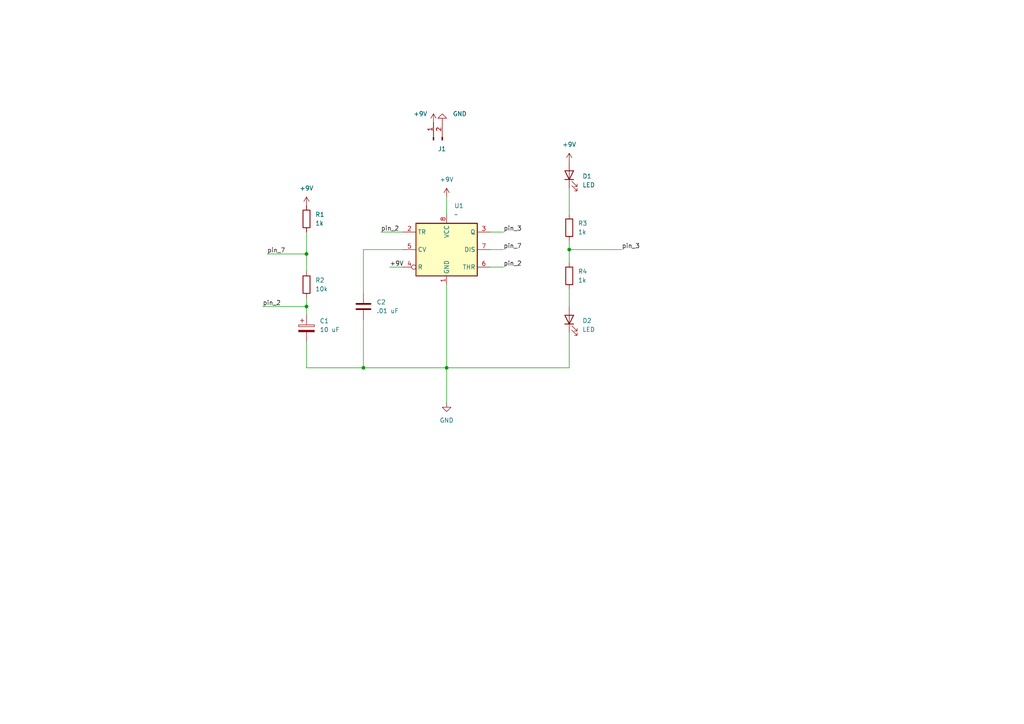
<source format=kicad_sch>
(kicad_sch (version 20230121) (generator eeschema)
  (paper "A4")
  (lib_symbols
    (symbol "Connector:Conn_01x02_Pin" (pin_names (offset 1.016) hide)
      (property "Reference" "J" (at 0 2.54 0))
      (property "Value" "Conn_01x02_Pin" (at 0 -5.08 0))
      (symbol "Conn_01x02_Pin_1_1"
        (polyline (pts (xy 1.27 -2.54) (xy 0.8636 -2.54)) (stroke (width 0.1524)))
        (polyline (pts (xy 1.27 0) (xy 0.8636 0)) (stroke (width 0.1524)))
        (rectangle (start 0.8636 -2.413) (end 0 -2.667) (stroke (width 0.1524)) (fill (type outline)))
        (rectangle (start 0.8636 0.127) (end 0 -0.127) (stroke (width 0.1524)) (fill (type outline)))
        (pin passive line (at 5.08 0 180) (length 3.81) (name "Pin_1") (number "1"))
        (pin passive line (at 5.08 -2.54 180) (length 3.81) (name "Pin_2") (number "2"))
      )
    )
    (symbol "Device:C" (pin_numbers hide) (pin_names (offset 0.254))
      (property "Reference" "C" (at 0.635 2.54 0))
      (property "Value" "C" (at 0.635 -2.54 0))
      (symbol "C_0_1"
        (polyline (pts (xy -2.032 -0.762) (xy 2.032 -0.762)) (stroke (width 0.508)))
        (polyline (pts (xy -2.032 0.762) (xy 2.032 0.762)) (stroke (width 0.508)))
      )
      (symbol "C_1_1"
        (pin passive line (at 0 3.81 270) (length 2.794) (name "~") (number "1"))
        (pin passive line (at 0 -3.81 90) (length 2.794) (name "~") (number "2"))
      )
    )
    (symbol "Device:C_Polarized" (pin_numbers hide) (pin_names (offset 0.254))
      (property "Reference" "C" (at 0.635 2.54 0))
      (property "Value" "C_Polarized" (at 0.635 -2.54 0))
      (symbol "C_Polarized_0_1"
        (rectangle (start -2.286 0.508) (end 2.286 1.016))
        (polyline (pts (xy -1.778 2.286) (xy -0.762 2.286)))
        (polyline (pts (xy -1.27 2.794) (xy -1.27 1.778)))
        (rectangle (start 2.286 -0.508) (end -2.286 -1.016) (fill (type outline)))
      )
      (symbol "C_Polarized_1_1"
        (pin passive line (at 0 3.81 270) (length 2.794) (name "~") (number "1"))
        (pin passive line (at 0 -3.81 90) (length 2.794) (name "~") (number "2"))
      )
    )
    (symbol "Device:LED" (pin_numbers hide) (pin_names (offset 1.016) hide)
      (property "Reference" "D" (at 0 2.54 0))
      (property "Value" "LED" (at 0 -2.54 0))
      (symbol "LED_0_1"
        (polyline (pts (xy -1.27 -1.27) (xy -1.27 1.27)) (stroke (width 0.254)))
        (polyline (pts (xy -1.27 0) (xy 1.27 0)))
        (polyline (pts (xy 1.27 -1.27) (xy 1.27 1.27) (xy -1.27 0) (xy 1.27 -1.27)) (stroke (width 0.254)))
        (polyline (pts (xy -3.048 -0.762) (xy -4.572 -2.286) (xy -3.81 -2.286) (xy -4.572 -2.286) (xy -4.572 -1.524)))
        (polyline (pts (xy -1.778 -0.762) (xy -3.302 -2.286) (xy -2.54 -2.286) (xy -3.302 -2.286) (xy -3.302 -1.524)))
      )
      (symbol "LED_1_1"
        (pin passive line (at -3.81 0 0) (length 2.54) (name "K") (number "1"))
        (pin passive line (at 3.81 0 180) (length 2.54) (name "A") (number "2"))
      )
    )
    (symbol "Device:R" (pin_numbers hide) (pin_names (offset 0))
      (property "Reference" "R" (at 2.032 0 90))
      (property "Value" "R" (at 0 0 90))
      (symbol "R_0_1"
        (rectangle (start -1.016 -2.54) (end 1.016 2.54) (stroke (width 0.254)))
      )
      (symbol "R_1_1"
        (pin passive line (at 0 3.81 270) (length 1.27) (name "~") (number "1"))
        (pin passive line (at 0 -3.81 90) (length 1.27) (name "~") (number "2"))
      )
    )
    (symbol "Timer:NE555D"
      (property "Reference" "U" (at -10.16 8.89 0))
      (property "Value" "NE555D" (at 2.54 8.89 0))
      (symbol "NE555D_0_0"
        (pin power_in line (at 0 -10.16 90) (length 2.54) (name "GND") (number "1"))
        (pin power_in line (at 0 10.16 270) (length 2.54) (name "VCC") (number "8"))
      )
      (symbol "NE555D_0_1"
        (rectangle (start -8.89 -7.62) (end 8.89 7.62) (stroke (width 0.254)) (fill (type background)))
        (rectangle (start -8.89 -7.62) (end 8.89 7.62) (stroke (width 0.254)) (fill (type background)))
      )
      (symbol "NE555D_1_1"
        (pin input line (at -12.7 5.08 0) (length 3.81) (name "TR") (number "2"))
        (pin output line (at 12.7 5.08 180) (length 3.81) (name "Q") (number "3"))
        (pin input inverted (at -12.7 -5.08 0) (length 3.81) (name "R") (number "4"))
        (pin input line (at -12.7 0 0) (length 3.81) (name "CV") (number "5"))
        (pin input line (at 12.7 -5.08 180) (length 3.81) (name "THR") (number "6"))
        (pin input line (at 12.7 0 180) (length 3.81) (name "DIS") (number "7"))
      )
    )
    (symbol "power:+9V" (power) (pin_names (offset 0))
      (property "Value" "+9V" (at 0 3.556 0))
      (symbol "+9V_0_1"
        (polyline (pts (xy -0.762 1.27) (xy 0 2.54)))
        (polyline (pts (xy 0 0) (xy 0 2.54)))
        (polyline (pts (xy 0 2.54) (xy 0.762 1.27)))
      )
      (symbol "+9V_1_1"
        (pin power_in line (at 0 0 90) (length 0) hide (name "+9V") (number "1"))
      )
    )
    (symbol "power:GND" (power) (pin_names (offset 0))
      (property "Value" "GND" (at 0 -3.81 0))
      (symbol "GND_0_1"
        (polyline (pts (xy 0 0) (xy 0 -1.27) (xy 1.27 -1.27) (xy 0 -2.54) (xy -1.27 -1.27) (xy 0 -1.27)))
      )
      (symbol "GND_1_1"
        (pin power_in line (at 0 0 270) (length 0) hide (name "GND") (number "1"))
      )
    )
  )
  (junction (at 88.9 73.66))
  (junction (at 165.1 72.39))
  (junction (at 88.9 88.9))
  (junction (at 129.54 106.68))
  (junction (at 105.41 106.68))
  (wire (pts (xy 142.24 77.47) (xy 146.05 77.47)))
  (wire (pts (xy 88.9 88.9) (xy 88.9 91.44)))
  (wire (pts (xy 165.1 96.52) (xy 165.1 106.68)))
  (wire (pts (xy 105.41 92.71) (xy 105.41 106.68)))
  (wire (pts (xy 88.9 67.31) (xy 88.9 73.66)))
  (wire (pts (xy 142.24 67.31) (xy 146.05 67.31)))
  (wire (pts (xy 116.84 72.39) (xy 105.41 72.39)))
  (wire (pts (xy 105.41 72.39) (xy 105.41 85.09)))
  (wire (pts (xy 88.9 73.66) (xy 88.9 78.74)))
  (wire (pts (xy 88.9 99.06) (xy 88.9 106.68)))
  (wire (pts (xy 105.41 106.68) (xy 129.54 106.68)))
  (wire (pts (xy 165.1 72.39) (xy 165.1 76.2)))
  (wire (pts (xy 165.1 83.82) (xy 165.1 88.9)))
  (wire (pts (xy 76.2 88.9) (xy 88.9 88.9)))
  (wire (pts (xy 88.9 86.36) (xy 88.9 88.9)))
  (wire (pts (xy 77.47 73.66) (xy 88.9 73.66)))
  (wire (pts (xy 113.03 77.47) (xy 116.84 77.47)))
  (wire (pts (xy 165.1 69.85) (xy 165.1 72.39)))
  (wire (pts (xy 142.24 72.39) (xy 146.05 72.39)))
  (wire (pts (xy 129.54 82.55) (xy 129.54 106.68)))
  (wire (pts (xy 129.54 57.15) (xy 129.54 62.23)))
  (wire (pts (xy 165.1 72.39) (xy 180.34 72.39)))
  (wire (pts (xy 88.9 106.68) (xy 105.41 106.68)))
  (wire (pts (xy 129.54 106.68) (xy 165.1 106.68)))
  (wire (pts (xy 129.54 106.68) (xy 129.54 116.84)))
  (wire (pts (xy 165.1 54.61) (xy 165.1 62.23)))
  (wire (pts (xy 110.49 67.31) (xy 116.84 67.31)))
  (label "pin_2" (at 146.05 77.47 0))
  (label "pin_3" (at 146.05 67.31 0))
  (label "pin_2" (at 110.49 67.31 0))
  (label "+9V" (at 113.03 77.47 0))
  (label "pin_7" (at 146.05 72.39 0))
  (label "pin_2" (at 76.2 88.9 0))
  (label "pin_3" (at 180.34 72.39 0))
  (label "pin_7" (at 77.47 73.66 0))
  (symbol (lib_id "Device:C_Polarized") (at 88.9 95.25 0) (unit 1)
    (property "Reference" "C1" (at 92.71 93.091 0) (effects (justify left)))
    (property "Value" "10 uF" (at 92.71 95.631 0) (effects (justify left)))
    (property "Footprint" "Capacitor_Tantalum_SMD:CP_EIA-3216-18_Kemet-A_Pad1.58x1.35mm_HandSolder" (effects hide))
  )
  (symbol (lib_id "Device:LED") (at 165.1 92.71 90) (unit 1)
    (property "Reference" "D2" (at 168.91 93.0275 90) (effects (justify right)))
    (property "Value" "LED" (at 168.91 95.5675 90) (effects (justify right)))
    (property "Footprint" "LED_SMD:LED_1206_3216Metric_Pad1.42x1.75mm_HandSolder" (effects hide))
  )
  (symbol (lib_id "Timer:NE555D") (at 129.54 72.39 0) (unit 1)
    (property "Reference" "U1" (at 131.7341 59.69 0) (effects (justify left)))
    (property "Value" "~" (at 131.7341 62.23 0) (effects (justify left)))
    (property "Footprint" "Package_SO:SOIC-8-1EP_3.9x4.9mm_P1.27mm_EP2.29x3mm" (effects hide))
    (property "Datasheet" "http://www.ti.com/lit/ds/symlink/ne555.pdf" (effects hide))
  )
  (symbol (lib_id "Device:R") (at 88.9 63.5 0) (unit 1)
    (property "Reference" "R1" (at 91.44 62.23 0) (effects (justify left)))
    (property "Value" "1k" (at 91.44 64.77 0) (effects (justify left)))
    (property "Footprint" "Resistor_SMD:R_0805_2012Metric_Pad1.20x1.40mm_HandSolder" (effects hide))
  )
  (symbol (lib_id "power:+9V") (at 125.73 35.56 0) (unit 1)
    (property "Reference" "#PWR03" (effects hide))
    (property "Value" "+9V" (at 121.92 33.02 0))
  )
  (symbol (lib_id "power:+9V") (at 88.9 59.69 0) (unit 1)
    (property "Reference" "#PWR01" (effects hide))
    (property "Value" "+9V" (at 88.9 54.61 0))
  )
  (symbol (lib_id "Connector:Conn_01x02_Pin") (at 125.73 40.64 90) (unit 1)
    (property "Reference" "J1" (at 127 43.18 90) (effects (justify right)))
    (property "Value" "Conn_01x02_Pin" (effects hide))
    (property "Footprint" "Connector_JST:JST_EH_S2B-EH_1x02_P2.50mm_Horizontal" (effects hide))
  )
  (symbol (lib_id "Device:R") (at 165.1 66.04 0) (unit 1)
    (property "Reference" "R3" (at 167.64 64.77 0) (effects (justify left)))
    (property "Value" "1k" (at 167.64 67.31 0) (effects (justify left)))
    (property "Footprint" "Resistor_SMD:R_0805_2012Metric_Pad1.20x1.40mm_HandSolder" (effects hide))
  )
  (symbol (lib_id "Device:R") (at 165.1 80.01 0) (unit 1)
    (property "Reference" "R4" (at 167.64 78.74 0) (effects (justify left)))
    (property "Value" "1k" (at 167.64 81.28 0) (effects (justify left)))
    (property "Footprint" "Resistor_SMD:R_0805_2012Metric_Pad1.20x1.40mm_HandSolder" (effects hide))
  )
  (symbol (lib_id "power:+9V") (at 165.1 46.99 0) (unit 1)
    (property "Reference" "#PWR05" (effects hide))
    (property "Value" "+9V" (at 165.1 41.91 0))
  )
  (symbol (lib_id "Device:LED") (at 165.1 50.8 90) (unit 1)
    (property "Reference" "D1" (at 168.91 51.1175 90) (effects (justify right)))
    (property "Value" "LED" (at 168.91 53.6575 90) (effects (justify right)))
    (property "Footprint" "LED_SMD:LED_1206_3216Metric_Pad1.42x1.75mm_HandSolder" (effects hide))
  )
  (symbol (lib_id "power:GND") (at 128.27 35.56 180) (unit 1)
    (property "Reference" "#PWR04" (effects hide))
    (property "Value" "GND" (at 133.35 33.02 0))
  )
  (symbol (lib_id "Device:R") (at 88.9 82.55 0) (unit 1)
    (property "Reference" "R2" (at 91.44 81.28 0) (effects (justify left)))
    (property "Value" "10k" (at 91.44 83.82 0) (effects (justify left)))
    (property "Footprint" "Resistor_SMD:R_0805_2012Metric_Pad1.20x1.40mm_HandSolder" (effects hide))
  )
  (symbol (lib_id "power:+9V") (at 129.54 57.15 0) (unit 1)
    (property "Reference" "#PWR02" (effects hide))
    (property "Value" "+9V" (at 129.54 52.07 0))
  )
  (symbol (lib_id "Device:C") (at 105.41 88.9 0) (unit 1)
    (property "Reference" "C2" (at 109.22 87.63 0) (effects (justify left)))
    (property "Value" ".01 uF" (at 109.22 90.17 0) (effects (justify left)))
    (property "Footprint" "Capacitor_SMD:C_0805_2012Metric_Pad1.18x1.45mm_HandSolder" (effects hide))
  )
  (symbol (lib_id "power:GND") (at 129.54 116.84 0) (unit 1)
    (property "Reference" "#PWR06" (effects hide))
    (property "Value" "GND" (at 129.54 121.92 0))
  )
)
</source>
